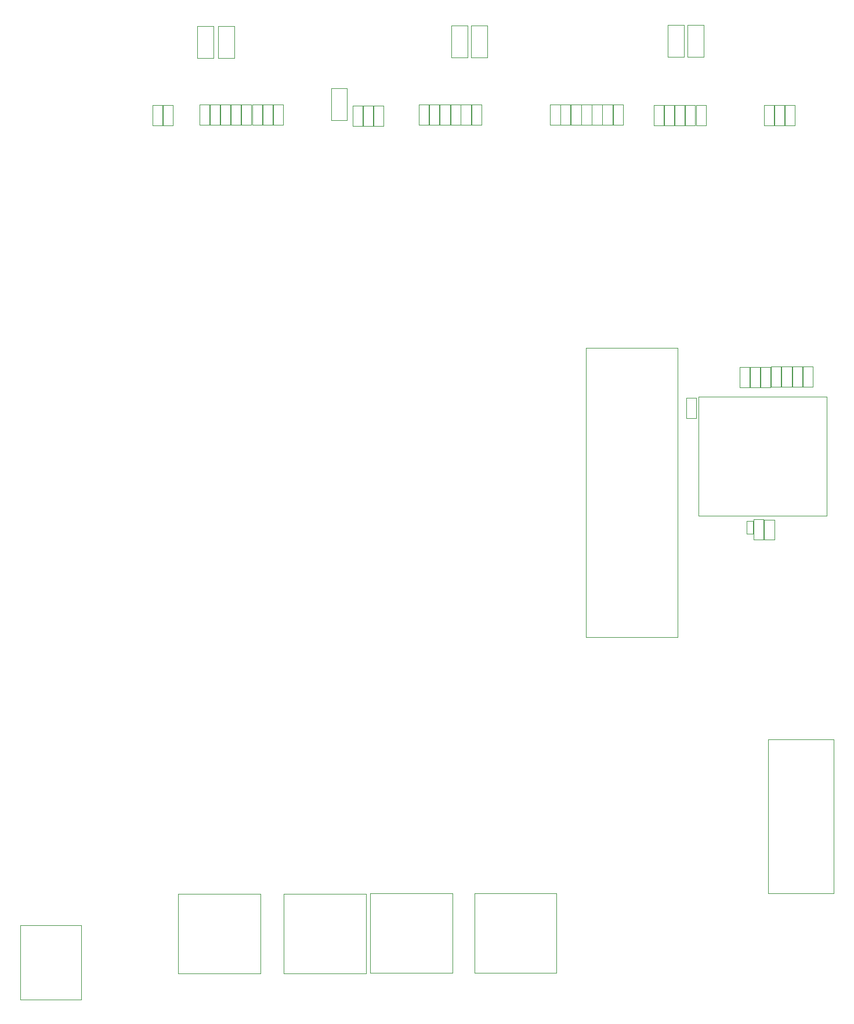
<source format=gbr>
G04 #@! TF.GenerationSoftware,KiCad,Pcbnew,8.0.0-rc1*
G04 #@! TF.CreationDate,2024-04-25T15:33:08+03:00*
G04 #@! TF.ProjectId,MXVR_3568_V4.0,4d585652-5f33-4353-9638-5f56342e302e,REV1*
G04 #@! TF.SameCoordinates,Original*
G04 #@! TF.FileFunction,Other,User*
%FSLAX46Y46*%
G04 Gerber Fmt 4.6, Leading zero omitted, Abs format (unit mm)*
G04 Created by KiCad (PCBNEW 8.0.0-rc1) date 2024-04-25 15:33:08*
%MOMM*%
%LPD*%
G01*
G04 APERTURE LIST*
%ADD10C,0.050000*%
%ADD11C,0.100000*%
G04 APERTURE END LIST*
D10*
X189520000Y-101210000D02*
X190980000Y-101210000D01*
X189520000Y-104170000D02*
X189520000Y-101210000D01*
X190980000Y-101210000D02*
X190980000Y-104170000D01*
X190980000Y-104170000D02*
X189520000Y-104170000D01*
X120955000Y-167342500D02*
X132955000Y-167342500D01*
X132955000Y-155742500D01*
X120955000Y-155742500D01*
X120955000Y-167342500D01*
X142190000Y-40710000D02*
X143650000Y-40710000D01*
X142190000Y-43670000D02*
X142190000Y-40710000D01*
X143650000Y-40710000D02*
X143650000Y-43670000D01*
X143650000Y-43670000D02*
X142190000Y-43670000D01*
X165034920Y-118380000D02*
X165034920Y-76165000D01*
X178434920Y-76165000D02*
X165034920Y-76165000D01*
X178434920Y-118380000D02*
X165034920Y-118380000D01*
X178434920Y-118380000D02*
X178434920Y-76165000D01*
D11*
X148235000Y-29202500D02*
X150605000Y-29207500D01*
X148235000Y-33872500D02*
X148235000Y-29202500D01*
X150605000Y-29207500D02*
X150605000Y-33877500D01*
X150605000Y-33877500D02*
X148235000Y-33872500D01*
D10*
X162870000Y-40755000D02*
X164330000Y-40755000D01*
X162870000Y-43715000D02*
X162870000Y-40755000D01*
X164330000Y-40755000D02*
X164330000Y-43715000D01*
X164330000Y-43715000D02*
X162870000Y-43715000D01*
D11*
X145425000Y-29202500D02*
X147795000Y-29207500D01*
X145425000Y-33872500D02*
X145425000Y-29202500D01*
X147795000Y-29207500D02*
X147795000Y-33877500D01*
X147795000Y-33877500D02*
X145425000Y-33872500D01*
D10*
X117860000Y-40740000D02*
X119320000Y-40740000D01*
X117860000Y-43700000D02*
X117860000Y-40740000D01*
X119320000Y-40740000D02*
X119320000Y-43700000D01*
X119320000Y-43700000D02*
X117860000Y-43700000D01*
X114760000Y-40760000D02*
X116220000Y-40760000D01*
X114760000Y-43720000D02*
X114760000Y-40760000D01*
X116220000Y-40760000D02*
X116220000Y-43720000D01*
X116220000Y-43720000D02*
X114760000Y-43720000D01*
X192050000Y-78935000D02*
X193510000Y-78935000D01*
X192050000Y-81895000D02*
X192050000Y-78935000D01*
X193510000Y-78935000D02*
X193510000Y-81895000D01*
X193510000Y-81895000D02*
X192050000Y-81895000D01*
X167430000Y-40745000D02*
X168890000Y-40745000D01*
X167430000Y-43705000D02*
X167430000Y-40745000D01*
X168890000Y-40745000D02*
X168890000Y-43705000D01*
X168890000Y-43705000D02*
X167430000Y-43705000D01*
X148740000Y-167300000D02*
X160740000Y-167300000D01*
X160740000Y-155700000D01*
X148740000Y-155700000D01*
X148740000Y-167300000D01*
X179530000Y-40795000D02*
X180990000Y-40795000D01*
X179530000Y-43755000D02*
X179530000Y-40795000D01*
X180990000Y-40795000D02*
X180990000Y-43755000D01*
X180990000Y-43755000D02*
X179530000Y-43755000D01*
X132510000Y-40890000D02*
X133970000Y-40890000D01*
X132510000Y-43850000D02*
X132510000Y-40890000D01*
X133970000Y-40890000D02*
X133970000Y-43850000D01*
X133970000Y-43850000D02*
X132510000Y-43850000D01*
X192550000Y-40825000D02*
X194010000Y-40825000D01*
X192550000Y-43785000D02*
X192550000Y-40825000D01*
X194010000Y-40825000D02*
X194010000Y-43785000D01*
X194010000Y-43785000D02*
X192550000Y-43785000D01*
X161330000Y-40755000D02*
X162790000Y-40755000D01*
X161330000Y-43715000D02*
X161330000Y-40755000D01*
X162790000Y-40755000D02*
X162790000Y-43715000D01*
X162790000Y-43715000D02*
X161330000Y-43715000D01*
X134040000Y-40890000D02*
X135500000Y-40890000D01*
X134040000Y-43850000D02*
X134040000Y-40890000D01*
X135500000Y-40890000D02*
X135500000Y-43850000D01*
X135500000Y-43850000D02*
X134040000Y-43850000D01*
X194070000Y-40825000D02*
X195530000Y-40825000D01*
X194070000Y-43785000D02*
X194070000Y-40825000D01*
X195530000Y-40825000D02*
X195530000Y-43785000D01*
X195530000Y-43785000D02*
X194070000Y-43785000D01*
X187430000Y-78970000D02*
X188890000Y-78970000D01*
X187430000Y-81930000D02*
X187430000Y-78970000D01*
X188890000Y-78970000D02*
X188890000Y-81930000D01*
X188890000Y-81930000D02*
X187430000Y-81930000D01*
X127887500Y-38387500D02*
X130187500Y-38387500D01*
X127887500Y-42987500D02*
X127887500Y-38387500D01*
X130187500Y-38387500D02*
X130187500Y-42987500D01*
X130187500Y-42987500D02*
X127887500Y-42987500D01*
D11*
X181480000Y-83330000D02*
X200180000Y-83330000D01*
X181480000Y-100630000D02*
X181480000Y-83330000D01*
X200180000Y-83330000D02*
X200180000Y-100630000D01*
X200180000Y-100630000D02*
X181480000Y-100630000D01*
D10*
X148325000Y-40700000D02*
X149785000Y-40700000D01*
X148325000Y-43660000D02*
X148325000Y-40700000D01*
X149785000Y-40700000D02*
X149785000Y-43660000D01*
X149785000Y-43660000D02*
X148325000Y-43660000D01*
X108610000Y-40750000D02*
X110070000Y-40750000D01*
X108610000Y-43710000D02*
X108610000Y-40750000D01*
X110070000Y-40750000D02*
X110070000Y-43710000D01*
X110070000Y-43710000D02*
X108610000Y-43710000D01*
X174950000Y-40785000D02*
X176410000Y-40785000D01*
X174950000Y-43745000D02*
X174950000Y-40785000D01*
X176410000Y-40785000D02*
X176410000Y-43745000D01*
X176410000Y-43745000D02*
X174950000Y-43745000D01*
X181090000Y-40795000D02*
X182550000Y-40795000D01*
X181090000Y-43755000D02*
X181090000Y-40795000D01*
X182550000Y-40795000D02*
X182550000Y-43755000D01*
X182550000Y-43755000D02*
X181090000Y-43755000D01*
X191050000Y-101215000D02*
X192510000Y-101215000D01*
X191050000Y-104175000D02*
X191050000Y-101215000D01*
X192510000Y-101215000D02*
X192510000Y-104175000D01*
X192510000Y-104175000D02*
X191050000Y-104175000D01*
D11*
X176990000Y-29120000D02*
X179360000Y-29125000D01*
X176990000Y-33790000D02*
X176990000Y-29120000D01*
X179360000Y-29125000D02*
X179360000Y-33795000D01*
X179360000Y-33795000D02*
X176990000Y-33790000D01*
D10*
X165910000Y-40760000D02*
X167370000Y-40760000D01*
X165910000Y-43720000D02*
X165910000Y-40760000D01*
X167370000Y-40760000D02*
X167370000Y-43720000D01*
X167370000Y-43720000D02*
X165910000Y-43720000D01*
X105500000Y-167352500D02*
X117500000Y-167352500D01*
X117500000Y-155752500D01*
X105500000Y-155752500D01*
X105500000Y-167352500D01*
X191609900Y-133265000D02*
X201209900Y-133265000D01*
X191609900Y-155665000D02*
X191609900Y-133265000D01*
X201209900Y-133265000D02*
X201209900Y-155665000D01*
X201209900Y-155665000D02*
X191609900Y-155665000D01*
X164390000Y-40755000D02*
X165850000Y-40755000D01*
X164390000Y-43715000D02*
X164390000Y-40755000D01*
X165850000Y-40755000D02*
X165850000Y-43715000D01*
X165850000Y-43715000D02*
X164390000Y-43715000D01*
X191020000Y-40825000D02*
X192480000Y-40825000D01*
X191020000Y-43785000D02*
X191020000Y-40825000D01*
X192480000Y-40825000D02*
X192480000Y-43785000D01*
X192480000Y-43785000D02*
X191020000Y-43785000D01*
X193600000Y-78935000D02*
X195060000Y-78935000D01*
X193600000Y-81895000D02*
X193600000Y-78935000D01*
X195060000Y-78935000D02*
X195060000Y-81895000D01*
X195060000Y-81895000D02*
X193600000Y-81895000D01*
X159810000Y-40745000D02*
X161270000Y-40745000D01*
X159810000Y-43705000D02*
X159810000Y-40745000D01*
X161270000Y-40745000D02*
X161270000Y-43705000D01*
X161270000Y-43705000D02*
X159810000Y-43705000D01*
X195140000Y-78935000D02*
X196600000Y-78935000D01*
X195140000Y-81895000D02*
X195140000Y-78935000D01*
X196600000Y-78935000D02*
X196600000Y-81895000D01*
X196600000Y-81895000D02*
X195140000Y-81895000D01*
X113210000Y-40750000D02*
X114670000Y-40750000D01*
X113210000Y-43710000D02*
X113210000Y-40750000D01*
X114670000Y-40750000D02*
X114670000Y-43710000D01*
X114670000Y-43710000D02*
X113210000Y-43710000D01*
X130980000Y-40875000D02*
X132440000Y-40875000D01*
X130980000Y-43835000D02*
X130980000Y-40875000D01*
X132440000Y-40875000D02*
X132440000Y-43835000D01*
X132440000Y-43835000D02*
X130980000Y-43835000D01*
X103320000Y-40825000D02*
X104780000Y-40825000D01*
X103320000Y-43785000D02*
X103320000Y-40825000D01*
X104780000Y-40825000D02*
X104780000Y-43785000D01*
X104780000Y-43785000D02*
X103320000Y-43785000D01*
X178000000Y-40785000D02*
X179460000Y-40785000D01*
X178000000Y-43745000D02*
X178000000Y-40785000D01*
X179460000Y-40785000D02*
X179460000Y-43745000D01*
X179460000Y-43745000D02*
X178000000Y-43745000D01*
X145265000Y-40715000D02*
X146725000Y-40715000D01*
X145265000Y-43675000D02*
X145265000Y-40715000D01*
X146725000Y-40715000D02*
X146725000Y-43675000D01*
X146725000Y-43675000D02*
X145265000Y-43675000D01*
X111680000Y-40740000D02*
X113140000Y-40740000D01*
X111680000Y-43700000D02*
X111680000Y-40740000D01*
X113140000Y-40740000D02*
X113140000Y-43700000D01*
X113140000Y-43700000D02*
X111680000Y-43700000D01*
X188970000Y-78960000D02*
X190430000Y-78960000D01*
X188970000Y-81920000D02*
X188970000Y-78960000D01*
X190430000Y-78960000D02*
X190430000Y-81920000D01*
X190430000Y-81920000D02*
X188970000Y-81920000D01*
X119420000Y-40740000D02*
X120880000Y-40740000D01*
X119420000Y-43700000D02*
X119420000Y-40740000D01*
X120880000Y-40740000D02*
X120880000Y-43700000D01*
X120880000Y-43700000D02*
X119420000Y-43700000D01*
D11*
X108345000Y-29262500D02*
X110715000Y-29267500D01*
X108345000Y-33932500D02*
X108345000Y-29262500D01*
X110715000Y-29267500D02*
X110715000Y-33937500D01*
X110715000Y-33937500D02*
X108345000Y-33932500D01*
X179850000Y-29100000D02*
X182220000Y-29105000D01*
X179850000Y-33770000D02*
X179850000Y-29100000D01*
X182220000Y-29105000D02*
X182220000Y-33775000D01*
X182220000Y-33775000D02*
X179850000Y-33770000D01*
D10*
X101760000Y-40835000D02*
X103220000Y-40835000D01*
X101760000Y-43795000D02*
X101760000Y-40835000D01*
X103220000Y-40835000D02*
X103220000Y-43795000D01*
X103220000Y-43795000D02*
X101760000Y-43795000D01*
X188500000Y-101440000D02*
X189420000Y-101440000D01*
X188500000Y-103260000D02*
X188500000Y-101440000D01*
X189420000Y-101440000D02*
X189420000Y-103260000D01*
X189420000Y-103260000D02*
X188500000Y-103260000D01*
X143735000Y-40715000D02*
X145195000Y-40715000D01*
X143735000Y-43675000D02*
X143735000Y-40715000D01*
X145195000Y-40715000D02*
X145195000Y-43675000D01*
X145195000Y-43675000D02*
X143735000Y-43675000D01*
X116320000Y-40740000D02*
X117780000Y-40740000D01*
X116320000Y-43700000D02*
X116320000Y-40740000D01*
X117780000Y-40740000D02*
X117780000Y-43700000D01*
X117780000Y-43700000D02*
X116320000Y-43700000D01*
X140650000Y-40710000D02*
X142110000Y-40710000D01*
X140650000Y-43670000D02*
X140650000Y-40710000D01*
X142110000Y-40710000D02*
X142110000Y-43670000D01*
X142110000Y-43670000D02*
X140650000Y-43670000D01*
X133580000Y-167320000D02*
X145580000Y-167320000D01*
X145580000Y-155720000D01*
X133580000Y-155720000D01*
X133580000Y-167320000D01*
X196670000Y-78930000D02*
X198130000Y-78930000D01*
X196670000Y-81890000D02*
X196670000Y-78930000D01*
X198130000Y-78930000D02*
X198130000Y-81890000D01*
X198130000Y-81890000D02*
X196670000Y-81890000D01*
X168980000Y-40745000D02*
X170440000Y-40745000D01*
X168980000Y-43705000D02*
X168980000Y-40745000D01*
X170440000Y-40745000D02*
X170440000Y-43705000D01*
X170440000Y-43705000D02*
X168980000Y-43705000D01*
D11*
X111380000Y-29250000D02*
X113750000Y-29255000D01*
X111380000Y-33920000D02*
X111380000Y-29250000D01*
X113750000Y-29255000D02*
X113750000Y-33925000D01*
X113750000Y-33925000D02*
X111380000Y-33920000D01*
D10*
X146785000Y-40700000D02*
X148245000Y-40700000D01*
X146785000Y-43660000D02*
X146785000Y-40700000D01*
X148245000Y-40700000D02*
X148245000Y-43660000D01*
X148245000Y-43660000D02*
X146785000Y-43660000D01*
X82515000Y-160367500D02*
X82515000Y-171167500D01*
X82515000Y-171167500D02*
X91395000Y-171167500D01*
X91395000Y-160367500D02*
X82515000Y-160367500D01*
X91395000Y-171167500D02*
X91395000Y-160367500D01*
X176460000Y-40785000D02*
X177920000Y-40785000D01*
X176460000Y-43745000D02*
X176460000Y-40785000D01*
X177920000Y-40785000D02*
X177920000Y-43745000D01*
X177920000Y-43745000D02*
X176460000Y-43745000D01*
X110150000Y-40750000D02*
X111610000Y-40750000D01*
X110150000Y-43710000D02*
X110150000Y-40750000D01*
X111610000Y-40750000D02*
X111610000Y-43710000D01*
X111610000Y-43710000D02*
X110150000Y-43710000D01*
X190500000Y-78950000D02*
X191960000Y-78950000D01*
X190500000Y-81910000D02*
X190500000Y-78950000D01*
X191960000Y-78950000D02*
X191960000Y-81910000D01*
X191960000Y-81910000D02*
X190500000Y-81910000D01*
X179690000Y-83450000D02*
X181150000Y-83450000D01*
X179690000Y-86410000D02*
X179690000Y-83450000D01*
X181150000Y-83450000D02*
X181150000Y-86410000D01*
X181150000Y-86410000D02*
X179690000Y-86410000D01*
M02*

</source>
